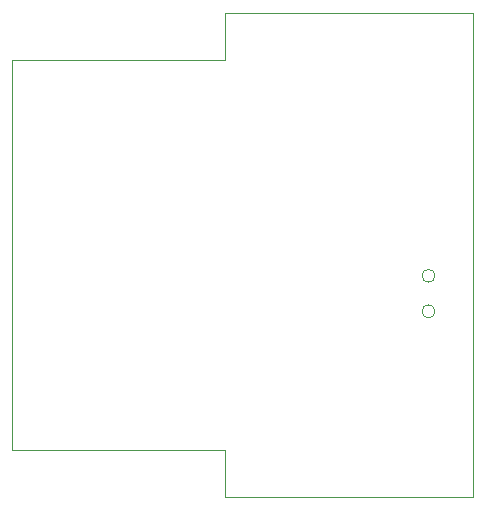
<source format=gbr>
%TF.GenerationSoftware,KiCad,Pcbnew,(6.0.4-0)*%
%TF.CreationDate,2024-03-24T13:43:06+02:00*%
%TF.ProjectId,Project_PCB_v1,50726f6a-6563-4745-9f50-43425f76312e,rev?*%
%TF.SameCoordinates,Original*%
%TF.FileFunction,Profile,NP*%
%FSLAX46Y46*%
G04 Gerber Fmt 4.6, Leading zero omitted, Abs format (unit mm)*
G04 Created by KiCad (PCBNEW (6.0.4-0)) date 2024-03-24 13:43:06*
%MOMM*%
%LPD*%
G01*
G04 APERTURE LIST*
%TA.AperFunction,Profile*%
%ADD10C,0.100000*%
%TD*%
G04 APERTURE END LIST*
D10*
X86000000Y-66500000D02*
X104000000Y-66500000D01*
X125000000Y-103500000D02*
X125000000Y-62500000D01*
X121800000Y-84750000D02*
G75*
G03*
X121800000Y-84750000I-550000J0D01*
G01*
X86000000Y-99500000D02*
X104000000Y-99500000D01*
X121800000Y-87750000D02*
G75*
G03*
X121800000Y-87750000I-550000J0D01*
G01*
X104000000Y-99500000D02*
X104000000Y-103500000D01*
X104000000Y-103500000D02*
X125000000Y-103500000D01*
X104000000Y-66500000D02*
X104000000Y-62500000D01*
X86000000Y-99500000D02*
X86000000Y-66500000D01*
X104000000Y-62500000D02*
X125000000Y-62500000D01*
M02*

</source>
